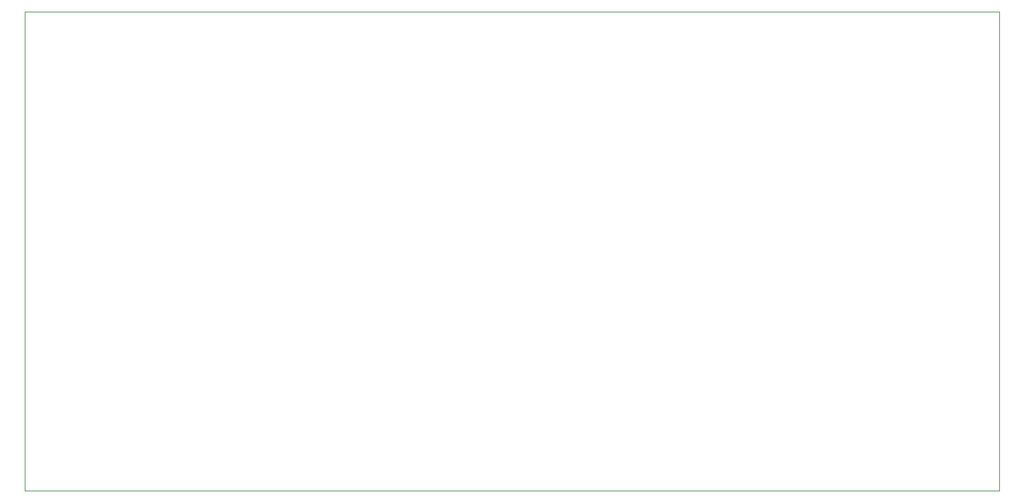
<source format=gbr>
%TF.GenerationSoftware,KiCad,Pcbnew,9.0.6*%
%TF.CreationDate,2026-01-27T06:42:30-06:00*%
%TF.ProjectId,papa-project-board,70617061-2d70-4726-9f6a-6563742d626f,1.0*%
%TF.SameCoordinates,Original*%
%TF.FileFunction,Profile,NP*%
%FSLAX46Y46*%
G04 Gerber Fmt 4.6, Leading zero omitted, Abs format (unit mm)*
G04 Created by KiCad (PCBNEW 9.0.6) date 2026-01-27 06:42:30*
%MOMM*%
%LPD*%
G01*
G04 APERTURE LIST*
%TA.AperFunction,Profile*%
%ADD10C,0.050000*%
%TD*%
G04 APERTURE END LIST*
D10*
X56500000Y-31500000D02*
X176500000Y-31500000D01*
X176500000Y-90500000D01*
X56500000Y-90500000D01*
X56500000Y-31500000D01*
M02*

</source>
